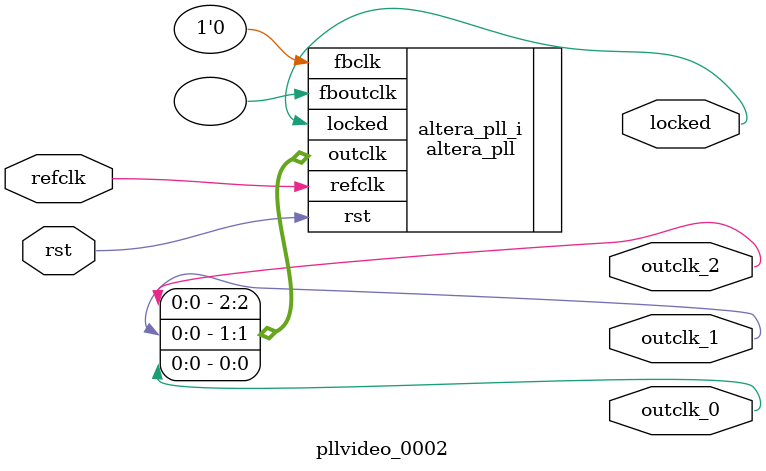
<source format=v>
`timescale 1ns/10ps
module  pllvideo_0002(

	// interface 'refclk'
	input wire refclk,

	// interface 'reset'
	input wire rst,

	// interface 'outclk0'
	output wire outclk_0,

	// interface 'outclk1'
	output wire outclk_1,

	// interface 'outclk2'
	output wire outclk_2,

	// interface 'locked'
	output wire locked
);

	altera_pll #(
		.fractional_vco_multiplier("false"),
		.reference_clock_frequency("50.0 MHz"),
		.operation_mode("direct"),
		.number_of_clocks(3),
		.output_clock_frequency0("28.636363 MHz"),
		.phase_shift0("0 ps"),
		.duty_cycle0(50),
		.output_clock_frequency1("57.272727 MHz"),
		.phase_shift1("0 ps"),
		.duty_cycle1(50),
		.output_clock_frequency2("3.579545 MHz"),
		.phase_shift2("0 ps"),
		.duty_cycle2(50),
		.output_clock_frequency3("0 MHz"),
		.phase_shift3("0 ps"),
		.duty_cycle3(50),
		.output_clock_frequency4("0 MHz"),
		.phase_shift4("0 ps"),
		.duty_cycle4(50),
		.output_clock_frequency5("0 MHz"),
		.phase_shift5("0 ps"),
		.duty_cycle5(50),
		.output_clock_frequency6("0 MHz"),
		.phase_shift6("0 ps"),
		.duty_cycle6(50),
		.output_clock_frequency7("0 MHz"),
		.phase_shift7("0 ps"),
		.duty_cycle7(50),
		.output_clock_frequency8("0 MHz"),
		.phase_shift8("0 ps"),
		.duty_cycle8(50),
		.output_clock_frequency9("0 MHz"),
		.phase_shift9("0 ps"),
		.duty_cycle9(50),
		.output_clock_frequency10("0 MHz"),
		.phase_shift10("0 ps"),
		.duty_cycle10(50),
		.output_clock_frequency11("0 MHz"),
		.phase_shift11("0 ps"),
		.duty_cycle11(50),
		.output_clock_frequency12("0 MHz"),
		.phase_shift12("0 ps"),
		.duty_cycle12(50),
		.output_clock_frequency13("0 MHz"),
		.phase_shift13("0 ps"),
		.duty_cycle13(50),
		.output_clock_frequency14("0 MHz"),
		.phase_shift14("0 ps"),
		.duty_cycle14(50),
		.output_clock_frequency15("0 MHz"),
		.phase_shift15("0 ps"),
		.duty_cycle15(50),
		.output_clock_frequency16("0 MHz"),
		.phase_shift16("0 ps"),
		.duty_cycle16(50),
		.output_clock_frequency17("0 MHz"),
		.phase_shift17("0 ps"),
		.duty_cycle17(50),
		.pll_type("General"),
		.pll_subtype("General")
	) altera_pll_i (
		.rst	(rst),
		.outclk	({outclk_2, outclk_1, outclk_0}),
		.locked	(locked),
		.fboutclk	( ),
		.fbclk	(1'b0),
		.refclk	(refclk)
	);
endmodule


</source>
